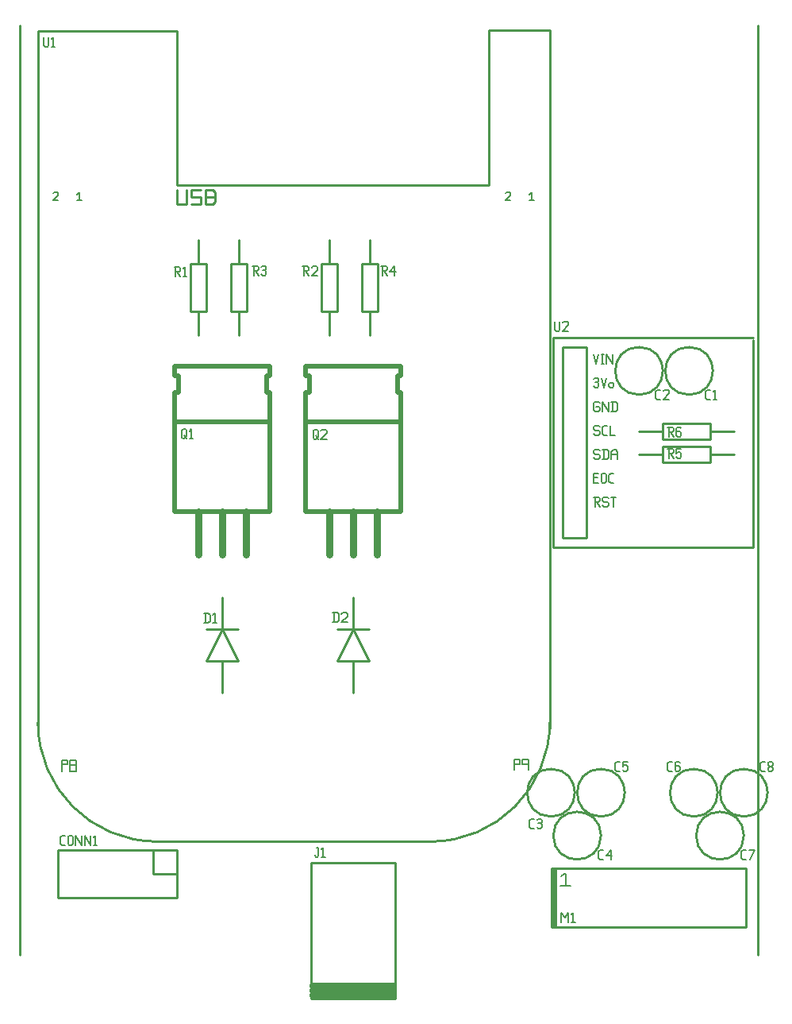
<source format=gbr>
G04 start of page 8 for group -4079 idx -4079 *
G04 Title: Motor Controller, topsilk *
G04 Creator: pcb 4.2.2 *
G04 CreationDate: Sun Nov 29 09:20:44 2020 UTC *
G04 For: kevin *
G04 Format: Gerber/RS-274X *
G04 PCB-Dimensions (mil): 3300.00 3900.00 *
G04 PCB-Coordinate-Origin: lower left *
%MOIN*%
%FSLAX25Y25*%
%LNTOPSILK*%
%ADD68C,0.0200*%
%ADD67C,0.0300*%
%ADD66C,0.0250*%
%ADD65C,0.0060*%
%ADD64C,0.0100*%
G54D64*X320000Y0D02*Y390000D01*
X10000D02*Y0D01*
X234000Y259000D02*X318000D01*
Y171000D02*X234000D01*
X318000Y258000D02*Y171000D01*
X234000D02*Y259000D01*
G54D65*X251000Y200200D02*X252500D01*
X251000Y198000D02*X253000D01*
X251000Y202000D02*Y198000D01*
Y202000D02*X253000D01*
X254200Y201500D02*Y198500D01*
Y201500D02*X254700Y202000D01*
X255700D01*
X256200Y201500D01*
Y198500D01*
X255700Y198000D02*X256200Y198500D01*
X254700Y198000D02*X255700D01*
X254200Y198500D02*X254700Y198000D01*
X258100D02*X259400D01*
X257400Y198700D02*X258100Y198000D01*
X257400Y201300D02*Y198700D01*
Y201300D02*X258100Y202000D01*
X259400D01*
X251000Y192000D02*X253000D01*
X253500Y191500D01*
Y190500D01*
X253000Y190000D02*X253500Y190500D01*
X251500Y190000D02*X253000D01*
X251500Y192000D02*Y188000D01*
X252300Y190000D02*X253500Y188000D01*
X256700Y192000D02*X257200Y191500D01*
X255200Y192000D02*X256700D01*
X254700Y191500D02*X255200Y192000D01*
X254700Y191500D02*Y190500D01*
X255200Y190000D01*
X256700D01*
X257200Y189500D01*
Y188500D01*
X256700Y188000D02*X257200Y188500D01*
X255200Y188000D02*X256700D01*
X254700Y188500D02*X255200Y188000D01*
X258400Y192000D02*X260400D01*
X259400D02*Y188000D01*
X253000Y212000D02*X253500Y211500D01*
X251500Y212000D02*X253000D01*
X251000Y211500D02*X251500Y212000D01*
X251000Y211500D02*Y210500D01*
X251500Y210000D01*
X253000D01*
X253500Y209500D01*
Y208500D01*
X253000Y208000D02*X253500Y208500D01*
X251500Y208000D02*X253000D01*
X251000Y208500D02*X251500Y208000D01*
X255200Y212000D02*Y208000D01*
X256500Y212000D02*X257200Y211300D01*
Y208700D01*
X256500Y208000D02*X257200Y208700D01*
X254700Y208000D02*X256500D01*
X254700Y212000D02*X256500D01*
X258400Y211000D02*Y208000D01*
Y211000D02*X259100Y212000D01*
X260200D01*
X260900Y211000D01*
Y208000D01*
X258400Y210000D02*X260900D01*
X251000Y241500D02*X251500Y242000D01*
X252500D01*
X253000Y241500D01*
X252500Y238000D02*X253000Y238500D01*
X251500Y238000D02*X252500D01*
X251000Y238500D02*X251500Y238000D01*
Y240200D02*X252500D01*
X253000Y241500D02*Y240700D01*
Y239700D02*Y238500D01*
Y239700D02*X252500Y240200D01*
X253000Y240700D02*X252500Y240200D01*
X254200Y242000D02*X255200Y238000D01*
X256200Y242000D01*
X257400Y239500D02*Y238500D01*
Y239500D02*X257900Y240000D01*
X258900D01*
X259400Y239500D01*
Y238500D01*
X258900Y238000D02*X259400Y238500D01*
X257900Y238000D02*X258900D01*
X257400Y238500D02*X257900Y238000D01*
X253000Y232000D02*X253500Y231500D01*
X251500Y232000D02*X253000D01*
X251000Y231500D02*X251500Y232000D01*
X251000Y231500D02*Y228500D01*
X251500Y228000D01*
X253000D01*
X253500Y228500D01*
Y229500D02*Y228500D01*
X253000Y230000D02*X253500Y229500D01*
X252000Y230000D02*X253000D01*
X254700Y232000D02*Y228000D01*
Y232000D02*X257200Y228000D01*
Y232000D02*Y228000D01*
X258900Y232000D02*Y228000D01*
X260200Y232000D02*X260900Y231300D01*
Y228700D01*
X260200Y228000D02*X260900Y228700D01*
X258400Y228000D02*X260200D01*
X258400Y232000D02*X260200D01*
X253000Y222000D02*X253500Y221500D01*
X251500Y222000D02*X253000D01*
X251000Y221500D02*X251500Y222000D01*
X251000Y221500D02*Y220500D01*
X251500Y220000D01*
X253000D01*
X253500Y219500D01*
Y218500D01*
X253000Y218000D02*X253500Y218500D01*
X251500Y218000D02*X253000D01*
X251000Y218500D02*X251500Y218000D01*
X255400D02*X256700D01*
X254700Y218700D02*X255400Y218000D01*
X254700Y221300D02*Y218700D01*
Y221300D02*X255400Y222000D01*
X256700D01*
X257900D02*Y218000D01*
X259900D01*
X251000Y252000D02*X252000Y248000D01*
X253000Y252000D01*
X254200D02*X255200D01*
X254700D02*Y248000D01*
X254200D02*X255200D01*
X256400Y252000D02*Y248000D01*
Y252000D02*X258900Y248000D01*
Y252000D02*Y248000D01*
G54D64*X235024Y36362D02*X234984Y36402D01*
X235024Y11598D02*Y36362D01*
X234157Y11677D02*X234236Y11598D01*
X234157Y36402D02*Y11677D01*
G54D65*X238528Y34079D02*X237346Y32898D01*
X239315Y34079D02*X238528D01*
X239315Y28961D02*Y34079D01*
X236953Y28961D02*X241283D01*
G54D64*X314748Y36402D02*X233252D01*
X314748Y11598D02*Y36402D01*
X233252Y11598D02*X314748D01*
X233252D02*Y36402D01*
G54D66*X133071Y-13197D02*X166929D01*
X133071Y-15165D02*X166929D01*
X133071Y-17134D02*X166535D01*
G54D64*X132283Y38772D02*X167717D01*
X132283D02*Y-18315D01*
X167717D01*
Y38772D02*Y-18315D01*
X314000Y50000D02*G75*G03X314000Y50000I-10000J0D01*G01*
X254000D02*G75*G03X254000Y50000I-10000J0D01*G01*
X293000Y58000D02*G75*G03X293000Y58000I0J10000D01*G01*
X233000D02*G75*G03X233000Y58000I0J10000D01*G01*
X254000Y78000D02*G75*G03X254000Y78000I0J-10000D01*G01*
X314000D02*G75*G03X314000Y78000I0J-10000D01*G01*
X291000Y235000D02*G75*G03X291000Y235000I0J10000D01*G01*
X270000D02*G75*G03X270000Y235000I0J10000D01*G01*
Y210000D02*X280000D01*
X300000D02*X310000D01*
X280000Y213300D02*X300000D01*
Y206700D01*
X280000D01*
Y213300D01*
X270000Y219700D02*X280000D01*
X300000D02*X310000D01*
X280000Y223000D02*X300000D01*
Y216400D01*
X280000D01*
Y223000D01*
X85000Y270000D02*Y260000D01*
Y300000D02*Y290000D01*
X81700D02*Y270000D01*
Y290000D02*X88300D01*
Y270000D01*
X81700D02*X88300D01*
X140000D02*Y260000D01*
Y300000D02*Y290000D01*
X136700D02*Y270000D01*
Y290000D02*X143300D01*
Y270000D01*
X136700D02*X143300D01*
X67500Y47500D02*X182500D01*
X232500Y388000D02*Y95000D01*
G54D65*X214000Y316500D02*X216000D01*
Y318500D02*X214000Y316500D01*
X216000Y319500D02*Y318500D01*
X215500Y320000D02*X216000Y319500D01*
X214500Y320000D02*X215500D01*
X214000Y319500D02*X214500Y320000D01*
X35000D02*Y316500D01*
X34000D02*X36000D01*
X24000D02*X26000D01*
Y318500D02*X24000Y316500D01*
X26000Y319500D02*Y318500D01*
X25500Y320000D02*X26000Y319500D01*
X24500Y320000D02*X25500D01*
X24000Y319500D02*X24500Y320000D01*
X225000D02*X224000Y319000D01*
X225000Y320000D02*Y316500D01*
X224000D02*X226000D01*
X217500Y80000D02*X220000D01*
X223500Y82000D02*Y77500D01*
X221000Y80000D02*X223500D01*
X221000Y82000D02*X223500D01*
X221000D02*Y80000D01*
X220000Y82000D02*Y80000D01*
X217500Y82000D02*Y77500D01*
Y82000D02*X220000D01*
X31000Y79500D02*X33500D01*
X31000Y81500D02*X33500D01*
Y77000D01*
X31000D02*X33500D01*
X31000Y81500D02*Y77000D01*
X27500Y80000D02*X30000D01*
Y81500D02*Y80000D01*
X27500Y81500D02*X30000D01*
X27500D02*Y77000D01*
G54D64*X17500Y387500D02*Y95000D01*
Y387500D02*X76000D01*
X207000Y388000D02*X232500D01*
G54D65*X35000Y320000D02*X34000Y319000D01*
G54D64*X76000Y323000D02*X207000D01*
X76000Y387500D02*Y323000D01*
X207000Y388000D02*Y323000D01*
X76000Y321000D02*Y315000D01*
X80000D01*
Y321000D02*Y315000D01*
X82000Y321000D02*X86000D01*
X82000D02*Y318000D01*
X86000D01*
Y315000D01*
X82000D02*X86000D01*
X88000Y321000D02*Y315000D01*
X91000D01*
X92000Y316000D01*
Y320000D02*Y316000D01*
Y320000D02*X91000Y321000D01*
X88000D02*X91000D01*
X88000Y318000D02*X92000D01*
X17500Y97500D02*G75*G03X67500Y47500I50000J0D01*G01*
X182500D02*G75*G03X232500Y97500I0J50000D01*G01*
X102000Y270000D02*Y260000D01*
Y300000D02*Y290000D01*
X98700D02*Y270000D01*
Y290000D02*X105300D01*
Y270000D01*
X98700D02*X105300D01*
G54D67*X85000Y168000D02*Y186000D01*
X95000Y168000D02*Y186000D01*
X105000Y168000D02*Y186000D01*
G54D68*X75000D02*X115000D01*
Y223500D01*
X75000D01*
Y186000D01*
Y223500D02*X115000D01*
Y236000D01*
X113500D01*
Y243000D01*
X115000D01*
Y247000D01*
X75000D01*
Y243000D01*
X76500D01*
Y236000D01*
X75000D01*
Y223500D01*
G54D64*X150000Y150000D02*Y136700D01*
Y123300D02*Y110000D01*
Y136700D02*X156600Y123300D01*
X143400D02*X156600D01*
X143400D02*X150000Y136700D01*
X143400D02*X156600D01*
X95000Y150000D02*Y136700D01*
Y123300D02*Y110000D01*
Y136700D02*X101600Y123300D01*
X88400D02*X101600D01*
X88400D02*X95000Y136700D01*
X88400D02*X101600D01*
G54D67*X140000Y168000D02*Y186000D01*
X150000Y168000D02*Y186000D01*
X160000Y168000D02*Y186000D01*
G54D68*X130000D02*X170000D01*
Y223500D01*
X130000D01*
Y186000D01*
Y223500D02*X170000D01*
Y236000D01*
X168500D01*
Y243000D01*
X170000D01*
Y247000D01*
X130000D01*
Y243000D01*
X131500D01*
Y236000D01*
X130000D01*
Y223500D01*
G54D64*X238000Y255000D02*X248000D01*
X238000D02*Y175000D01*
X248000D01*
Y255000D02*Y175000D01*
X157000Y270000D02*Y260000D01*
Y300000D02*Y290000D01*
X153700D02*Y270000D01*
Y290000D02*X160300D01*
Y270000D01*
X153700D02*X160300D01*
X26000Y44000D02*X76000D01*
X26000D02*Y24000D01*
X76000D01*
Y44000D02*Y24000D01*
X66000Y44000D02*Y34000D01*
X76000D01*
G54D65*X77959Y220036D02*Y217036D01*
Y220036D02*X78459Y220536D01*
X79459D01*
X79959Y220036D01*
Y217536D01*
X78959Y216536D02*X79959Y217536D01*
X78459Y216536D02*X78959D01*
X77959Y217036D02*X78459Y216536D01*
X78959Y218036D02*X79959Y216536D01*
X81159Y219736D02*X81959Y220536D01*
Y216536D01*
X81159D02*X82659D01*
X133128Y219927D02*Y216927D01*
Y219927D02*X133628Y220427D01*
X134628D01*
X135128Y219927D01*
Y217427D01*
X134128Y216427D02*X135128Y217427D01*
X133628Y216427D02*X134128D01*
X133128Y216927D02*X133628Y216427D01*
X134128Y217927D02*X135128Y216427D01*
X136328Y219927D02*X136828Y220427D01*
X138328D01*
X138828Y219927D01*
Y218927D01*
X136328Y216427D02*X138828Y218927D01*
X136328Y216427D02*X138828D01*
X141808Y143552D02*Y139552D01*
X143108Y143552D02*X143808Y142852D01*
Y140252D01*
X143108Y139552D02*X143808Y140252D01*
X141308Y139552D02*X143108D01*
X141308Y143552D02*X143108D01*
X145008Y143052D02*X145508Y143552D01*
X147008D01*
X147508Y143052D01*
Y142052D01*
X145008Y139552D02*X147508Y142052D01*
X145008Y139552D02*X147508D01*
X87766Y143399D02*Y139399D01*
X89066Y143399D02*X89766Y142699D01*
Y140099D01*
X89066Y139399D02*X89766Y140099D01*
X87266Y139399D02*X89066D01*
X87266Y143399D02*X89066D01*
X90966Y142599D02*X91766Y143399D01*
Y139399D01*
X90966D02*X92466D01*
X237384Y17706D02*Y13706D01*
Y17706D02*X238884Y15706D01*
X240384Y17706D01*
Y13706D01*
X241584Y16906D02*X242384Y17706D01*
Y13706D01*
X241584D02*X243084D01*
X234577Y265714D02*Y262214D01*
X235077Y261714D01*
X236077D01*
X236577Y262214D01*
Y265714D02*Y262214D01*
X237777Y265214D02*X238277Y265714D01*
X239777D01*
X240277Y265214D01*
Y264214D01*
X237777Y261714D02*X240277Y264214D01*
X237777Y261714D02*X240277D01*
X313700Y40000D02*X315000D01*
X313000Y40700D02*X313700Y40000D01*
X313000Y43300D02*Y40700D01*
Y43300D02*X313700Y44000D01*
X315000D01*
X316700Y40000D02*X318700Y44000D01*
X316200D02*X318700D01*
X253700Y40000D02*X255000D01*
X253000Y40700D02*X253700Y40000D01*
X253000Y43300D02*Y40700D01*
Y43300D02*X253700Y44000D01*
X255000D01*
X256200Y41500D02*X258200Y44000D01*
X256200Y41500D02*X258700D01*
X258200Y44000D02*Y40000D01*
X134574Y44962D02*X135374D01*
Y41462D01*
X134874Y40962D02*X135374Y41462D01*
X134374Y40962D02*X134874D01*
X133874Y41462D02*X134374Y40962D01*
X133874Y41962D02*Y41462D01*
X136574Y44162D02*X137374Y44962D01*
Y40962D01*
X136574D02*X138074D01*
X282700Y77000D02*X284000D01*
X282000Y77700D02*X282700Y77000D01*
X282000Y80300D02*Y77700D01*
Y80300D02*X282700Y81000D01*
X284000D01*
X286700D02*X287200Y80500D01*
X285700Y81000D02*X286700D01*
X285200Y80500D02*X285700Y81000D01*
X285200Y80500D02*Y77500D01*
X285700Y77000D01*
X286700Y79200D02*X287200Y78700D01*
X285200Y79200D02*X286700D01*
X285700Y77000D02*X286700D01*
X287200Y77500D01*
Y78700D02*Y77500D01*
X260700Y77000D02*X262000D01*
X260000Y77700D02*X260700Y77000D01*
X260000Y80300D02*Y77700D01*
Y80300D02*X260700Y81000D01*
X262000D01*
X263200D02*X265200D01*
X263200D02*Y79000D01*
X263700Y79500D01*
X264700D01*
X265200Y79000D01*
Y77500D01*
X264700Y77000D02*X265200Y77500D01*
X263700Y77000D02*X264700D01*
X263200Y77500D02*X263700Y77000D01*
X224700Y53000D02*X226000D01*
X224000Y53700D02*X224700Y53000D01*
X224000Y56300D02*Y53700D01*
Y56300D02*X224700Y57000D01*
X226000D01*
X227200Y56500D02*X227700Y57000D01*
X228700D01*
X229200Y56500D01*
X228700Y53000D02*X229200Y53500D01*
X227700Y53000D02*X228700D01*
X227200Y53500D02*X227700Y53000D01*
Y55200D02*X228700D01*
X229200Y56500D02*Y55700D01*
Y54700D02*Y53500D01*
Y54700D02*X228700Y55200D01*
X229200Y55700D02*X228700Y55200D01*
X321700Y77000D02*X323000D01*
X321000Y77700D02*X321700Y77000D01*
X321000Y80300D02*Y77700D01*
Y80300D02*X321700Y81000D01*
X323000D01*
X324200Y77500D02*X324700Y77000D01*
X324200Y78300D02*Y77500D01*
Y78300D02*X324900Y79000D01*
X325500D01*
X326200Y78300D01*
Y77500D01*
X325700Y77000D02*X326200Y77500D01*
X324700Y77000D02*X325700D01*
X324200Y79700D02*X324900Y79000D01*
X324200Y80500D02*Y79700D01*
Y80500D02*X324700Y81000D01*
X325700D01*
X326200Y80500D01*
Y79700D01*
X325500Y79000D02*X326200Y79700D01*
X298700Y233000D02*X300000D01*
X298000Y233700D02*X298700Y233000D01*
X298000Y236300D02*Y233700D01*
Y236300D02*X298700Y237000D01*
X300000D01*
X301200Y236200D02*X302000Y237000D01*
Y233000D01*
X301200D02*X302700D01*
X277700D02*X279000D01*
X277000Y233700D02*X277700Y233000D01*
X277000Y236300D02*Y233700D01*
Y236300D02*X277700Y237000D01*
X279000D01*
X280200Y236500D02*X280700Y237000D01*
X282200D01*
X282700Y236500D01*
Y235500D01*
X280200Y233000D02*X282700Y235500D01*
X280200Y233000D02*X282700D01*
X282000Y212300D02*X284000D01*
X284500Y211800D01*
Y210800D01*
X284000Y210300D02*X284500Y210800D01*
X282500Y210300D02*X284000D01*
X282500Y212300D02*Y208300D01*
X283300Y210300D02*X284500Y208300D01*
X285700Y212300D02*X287700D01*
X285700D02*Y210300D01*
X286200Y210800D01*
X287200D01*
X287700Y210300D01*
Y208800D01*
X287200Y208300D02*X287700Y208800D01*
X286200Y208300D02*X287200D01*
X285700Y208800D02*X286200Y208300D01*
X282000Y221300D02*X284000D01*
X284500Y220800D01*
Y219800D01*
X284000Y219300D02*X284500Y219800D01*
X282500Y219300D02*X284000D01*
X282500Y221300D02*Y217300D01*
X283300Y219300D02*X284500Y217300D01*
X287200Y221300D02*X287700Y220800D01*
X286200Y221300D02*X287200D01*
X285700Y220800D02*X286200Y221300D01*
X285700Y220800D02*Y217800D01*
X286200Y217300D01*
X287200Y219500D02*X287700Y219000D01*
X285700Y219500D02*X287200D01*
X286200Y217300D02*X287200D01*
X287700Y217800D01*
Y219000D02*Y217800D01*
X27700Y46000D02*X29000D01*
X27000Y46700D02*X27700Y46000D01*
X27000Y49300D02*Y46700D01*
Y49300D02*X27700Y50000D01*
X29000D01*
X30200Y49500D02*Y46500D01*
Y49500D02*X30700Y50000D01*
X31700D01*
X32200Y49500D01*
Y46500D01*
X31700Y46000D02*X32200Y46500D01*
X30700Y46000D02*X31700D01*
X30200Y46500D02*X30700Y46000D01*
X33400Y50000D02*Y46000D01*
Y50000D02*X35900Y46000D01*
Y50000D02*Y46000D01*
X37100Y50000D02*Y46000D01*
Y50000D02*X39600Y46000D01*
Y50000D02*Y46000D01*
X40800Y49200D02*X41600Y50000D01*
Y46000D01*
X40800D02*X42300D01*
X20000Y385000D02*Y381500D01*
X20500Y381000D01*
X21500D01*
X22000Y381500D01*
Y385000D02*Y381500D01*
X23200Y384200D02*X24000Y385000D01*
Y381000D01*
X23200D02*X24700D01*
X74769Y288590D02*X76769D01*
X77269Y288090D01*
Y287090D01*
X76769Y286590D02*X77269Y287090D01*
X75269Y286590D02*X76769D01*
X75269Y288590D02*Y284590D01*
X76069Y286590D02*X77269Y284590D01*
X78469Y287790D02*X79269Y288590D01*
Y284590D01*
X78469D02*X79969D01*
X128723Y288871D02*X130723D01*
X131223Y288371D01*
Y287371D01*
X130723Y286871D02*X131223Y287371D01*
X129223Y286871D02*X130723D01*
X129223Y288871D02*Y284871D01*
X130023Y286871D02*X131223Y284871D01*
X132423Y288371D02*X132923Y288871D01*
X134423D01*
X134923Y288371D01*
Y287371D01*
X132423Y284871D02*X134923Y287371D01*
X132423Y284871D02*X134923D01*
X161700Y289000D02*X163700D01*
X164200Y288500D01*
Y287500D01*
X163700Y287000D02*X164200Y287500D01*
X162200Y287000D02*X163700D01*
X162200Y289000D02*Y285000D01*
X163000Y287000D02*X164200Y285000D01*
X165400Y286500D02*X167400Y289000D01*
X165400Y286500D02*X167900D01*
X167400Y289000D02*Y285000D01*
X107700Y289000D02*X109700D01*
X110200Y288500D01*
Y287500D01*
X109700Y287000D02*X110200Y287500D01*
X108200Y287000D02*X109700D01*
X108200Y289000D02*Y285000D01*
X109000Y287000D02*X110200Y285000D01*
X111400Y288500D02*X111900Y289000D01*
X112900D01*
X113400Y288500D01*
X112900Y285000D02*X113400Y285500D01*
X111900Y285000D02*X112900D01*
X111400Y285500D02*X111900Y285000D01*
Y287200D02*X112900D01*
X113400Y288500D02*Y287700D01*
Y286700D02*Y285500D01*
Y286700D02*X112900Y287200D01*
X113400Y287700D02*X112900Y287200D01*
M02*

</source>
